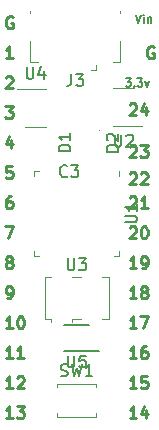
<source format=gbr>
G04 #@! TF.GenerationSoftware,KiCad,Pcbnew,5.0.1-33cea8e~66~ubuntu18.04.1*
G04 #@! TF.CreationDate,2018-10-16T23:10:54+02:00*
G04 #@! TF.ProjectId,TinyFPGA-BX,54696E79465047412D42582E6B696361,rev?*
G04 #@! TF.SameCoordinates,Original*
G04 #@! TF.FileFunction,Legend,Top*
G04 #@! TF.FilePolarity,Positive*
%FSLAX46Y46*%
G04 Gerber Fmt 4.6, Leading zero omitted, Abs format (unit mm)*
G04 Created by KiCad (PCBNEW 5.0.1-33cea8e~66~ubuntu18.04.1) date di 16 okt 2018 23:10:54 CEST*
%MOMM*%
%LPD*%
G01*
G04 APERTURE LIST*
%ADD10C,0.250000*%
%ADD11C,0.175000*%
%ADD12C,0.120000*%
%ADD13C,0.100000*%
%ADD14C,0.150000*%
G04 APERTURE END LIST*
D10*
X157642404Y-99830000D02*
X157547166Y-99782380D01*
X157404309Y-99782380D01*
X157261452Y-99830000D01*
X157166214Y-99925238D01*
X157118595Y-100020476D01*
X157070976Y-100210952D01*
X157070976Y-100353809D01*
X157118595Y-100544285D01*
X157166214Y-100639523D01*
X157261452Y-100734761D01*
X157404309Y-100782380D01*
X157499547Y-100782380D01*
X157642404Y-100734761D01*
X157690023Y-100687142D01*
X157690023Y-100353809D01*
X157499547Y-100353809D01*
D11*
X156116250Y-97080666D02*
X156349583Y-97780666D01*
X156582916Y-97080666D01*
X156816250Y-97780666D02*
X156816250Y-97314000D01*
X156816250Y-97080666D02*
X156782916Y-97114000D01*
X156816250Y-97147333D01*
X156849583Y-97114000D01*
X156816250Y-97080666D01*
X156816250Y-97147333D01*
X157149583Y-97314000D02*
X157149583Y-97780666D01*
X157149583Y-97380666D02*
X157182916Y-97347333D01*
X157249583Y-97314000D01*
X157349583Y-97314000D01*
X157416250Y-97347333D01*
X157449583Y-97414000D01*
X157449583Y-97780666D01*
X155266250Y-102486666D02*
X155699583Y-102486666D01*
X155466250Y-102753333D01*
X155566250Y-102753333D01*
X155632916Y-102786666D01*
X155666250Y-102820000D01*
X155699583Y-102886666D01*
X155699583Y-103053333D01*
X155666250Y-103120000D01*
X155632916Y-103153333D01*
X155566250Y-103186666D01*
X155366250Y-103186666D01*
X155299583Y-103153333D01*
X155266250Y-103120000D01*
X155999583Y-103120000D02*
X156032916Y-103153333D01*
X155999583Y-103186666D01*
X155966250Y-103153333D01*
X155999583Y-103120000D01*
X155999583Y-103186666D01*
X156266250Y-102486666D02*
X156699583Y-102486666D01*
X156466250Y-102753333D01*
X156566250Y-102753333D01*
X156632916Y-102786666D01*
X156666250Y-102820000D01*
X156699583Y-102886666D01*
X156699583Y-103053333D01*
X156666250Y-103120000D01*
X156632916Y-103153333D01*
X156566250Y-103186666D01*
X156366250Y-103186666D01*
X156299583Y-103153333D01*
X156266250Y-103120000D01*
X156932916Y-102720000D02*
X157099583Y-103186666D01*
X157266250Y-102720000D01*
D10*
X155603214Y-104703619D02*
X155650833Y-104656000D01*
X155746071Y-104608380D01*
X155984166Y-104608380D01*
X156079404Y-104656000D01*
X156127023Y-104703619D01*
X156174642Y-104798857D01*
X156174642Y-104894095D01*
X156127023Y-105036952D01*
X155555595Y-105608380D01*
X156174642Y-105608380D01*
X157031785Y-104941714D02*
X157031785Y-105608380D01*
X156793690Y-104560761D02*
X156555595Y-105275047D01*
X157174642Y-105275047D01*
X155603214Y-108259619D02*
X155650833Y-108212000D01*
X155746071Y-108164380D01*
X155984166Y-108164380D01*
X156079404Y-108212000D01*
X156127023Y-108259619D01*
X156174642Y-108354857D01*
X156174642Y-108450095D01*
X156127023Y-108592952D01*
X155555595Y-109164380D01*
X156174642Y-109164380D01*
X156507976Y-108164380D02*
X157127023Y-108164380D01*
X156793690Y-108545333D01*
X156936547Y-108545333D01*
X157031785Y-108592952D01*
X157079404Y-108640571D01*
X157127023Y-108735809D01*
X157127023Y-108973904D01*
X157079404Y-109069142D01*
X157031785Y-109116761D01*
X156936547Y-109164380D01*
X156650833Y-109164380D01*
X156555595Y-109116761D01*
X156507976Y-109069142D01*
X155603214Y-110545619D02*
X155650833Y-110498000D01*
X155746071Y-110450380D01*
X155984166Y-110450380D01*
X156079404Y-110498000D01*
X156127023Y-110545619D01*
X156174642Y-110640857D01*
X156174642Y-110736095D01*
X156127023Y-110878952D01*
X155555595Y-111450380D01*
X156174642Y-111450380D01*
X156555595Y-110545619D02*
X156603214Y-110498000D01*
X156698452Y-110450380D01*
X156936547Y-110450380D01*
X157031785Y-110498000D01*
X157079404Y-110545619D01*
X157127023Y-110640857D01*
X157127023Y-110736095D01*
X157079404Y-110878952D01*
X156507976Y-111450380D01*
X157127023Y-111450380D01*
X155603214Y-112577619D02*
X155650833Y-112530000D01*
X155746071Y-112482380D01*
X155984166Y-112482380D01*
X156079404Y-112530000D01*
X156127023Y-112577619D01*
X156174642Y-112672857D01*
X156174642Y-112768095D01*
X156127023Y-112910952D01*
X155555595Y-113482380D01*
X156174642Y-113482380D01*
X157127023Y-113482380D02*
X156555595Y-113482380D01*
X156841309Y-113482380D02*
X156841309Y-112482380D01*
X156746071Y-112625238D01*
X156650833Y-112720476D01*
X156555595Y-112768095D01*
X155603214Y-115117619D02*
X155650833Y-115070000D01*
X155746071Y-115022380D01*
X155984166Y-115022380D01*
X156079404Y-115070000D01*
X156127023Y-115117619D01*
X156174642Y-115212857D01*
X156174642Y-115308095D01*
X156127023Y-115450952D01*
X155555595Y-116022380D01*
X156174642Y-116022380D01*
X156793690Y-115022380D02*
X156888928Y-115022380D01*
X156984166Y-115070000D01*
X157031785Y-115117619D01*
X157079404Y-115212857D01*
X157127023Y-115403333D01*
X157127023Y-115641428D01*
X157079404Y-115831904D01*
X157031785Y-115927142D01*
X156984166Y-115974761D01*
X156888928Y-116022380D01*
X156793690Y-116022380D01*
X156698452Y-115974761D01*
X156650833Y-115927142D01*
X156603214Y-115831904D01*
X156555595Y-115641428D01*
X156555595Y-115403333D01*
X156603214Y-115212857D01*
X156650833Y-115117619D01*
X156698452Y-115070000D01*
X156793690Y-115022380D01*
X156174642Y-118562380D02*
X155603214Y-118562380D01*
X155888928Y-118562380D02*
X155888928Y-117562380D01*
X155793690Y-117705238D01*
X155698452Y-117800476D01*
X155603214Y-117848095D01*
X156650833Y-118562380D02*
X156841309Y-118562380D01*
X156936547Y-118514761D01*
X156984166Y-118467142D01*
X157079404Y-118324285D01*
X157127023Y-118133809D01*
X157127023Y-117752857D01*
X157079404Y-117657619D01*
X157031785Y-117610000D01*
X156936547Y-117562380D01*
X156746071Y-117562380D01*
X156650833Y-117610000D01*
X156603214Y-117657619D01*
X156555595Y-117752857D01*
X156555595Y-117990952D01*
X156603214Y-118086190D01*
X156650833Y-118133809D01*
X156746071Y-118181428D01*
X156936547Y-118181428D01*
X157031785Y-118133809D01*
X157079404Y-118086190D01*
X157127023Y-117990952D01*
X156174642Y-121102380D02*
X155603214Y-121102380D01*
X155888928Y-121102380D02*
X155888928Y-120102380D01*
X155793690Y-120245238D01*
X155698452Y-120340476D01*
X155603214Y-120388095D01*
X156746071Y-120530952D02*
X156650833Y-120483333D01*
X156603214Y-120435714D01*
X156555595Y-120340476D01*
X156555595Y-120292857D01*
X156603214Y-120197619D01*
X156650833Y-120150000D01*
X156746071Y-120102380D01*
X156936547Y-120102380D01*
X157031785Y-120150000D01*
X157079404Y-120197619D01*
X157127023Y-120292857D01*
X157127023Y-120340476D01*
X157079404Y-120435714D01*
X157031785Y-120483333D01*
X156936547Y-120530952D01*
X156746071Y-120530952D01*
X156650833Y-120578571D01*
X156603214Y-120626190D01*
X156555595Y-120721428D01*
X156555595Y-120911904D01*
X156603214Y-121007142D01*
X156650833Y-121054761D01*
X156746071Y-121102380D01*
X156936547Y-121102380D01*
X157031785Y-121054761D01*
X157079404Y-121007142D01*
X157127023Y-120911904D01*
X157127023Y-120721428D01*
X157079404Y-120626190D01*
X157031785Y-120578571D01*
X156936547Y-120530952D01*
X156174642Y-123642380D02*
X155603214Y-123642380D01*
X155888928Y-123642380D02*
X155888928Y-122642380D01*
X155793690Y-122785238D01*
X155698452Y-122880476D01*
X155603214Y-122928095D01*
X156507976Y-122642380D02*
X157174642Y-122642380D01*
X156746071Y-123642380D01*
X156174642Y-126182380D02*
X155603214Y-126182380D01*
X155888928Y-126182380D02*
X155888928Y-125182380D01*
X155793690Y-125325238D01*
X155698452Y-125420476D01*
X155603214Y-125468095D01*
X157031785Y-125182380D02*
X156841309Y-125182380D01*
X156746071Y-125230000D01*
X156698452Y-125277619D01*
X156603214Y-125420476D01*
X156555595Y-125610952D01*
X156555595Y-125991904D01*
X156603214Y-126087142D01*
X156650833Y-126134761D01*
X156746071Y-126182380D01*
X156936547Y-126182380D01*
X157031785Y-126134761D01*
X157079404Y-126087142D01*
X157127023Y-125991904D01*
X157127023Y-125753809D01*
X157079404Y-125658571D01*
X157031785Y-125610952D01*
X156936547Y-125563333D01*
X156746071Y-125563333D01*
X156650833Y-125610952D01*
X156603214Y-125658571D01*
X156555595Y-125753809D01*
X156174642Y-128722380D02*
X155603214Y-128722380D01*
X155888928Y-128722380D02*
X155888928Y-127722380D01*
X155793690Y-127865238D01*
X155698452Y-127960476D01*
X155603214Y-128008095D01*
X157079404Y-127722380D02*
X156603214Y-127722380D01*
X156555595Y-128198571D01*
X156603214Y-128150952D01*
X156698452Y-128103333D01*
X156936547Y-128103333D01*
X157031785Y-128150952D01*
X157079404Y-128198571D01*
X157127023Y-128293809D01*
X157127023Y-128531904D01*
X157079404Y-128627142D01*
X157031785Y-128674761D01*
X156936547Y-128722380D01*
X156698452Y-128722380D01*
X156603214Y-128674761D01*
X156555595Y-128627142D01*
X156174642Y-131262380D02*
X155603214Y-131262380D01*
X155888928Y-131262380D02*
X155888928Y-130262380D01*
X155793690Y-130405238D01*
X155698452Y-130500476D01*
X155603214Y-130548095D01*
X157031785Y-130595714D02*
X157031785Y-131262380D01*
X156793690Y-130214761D02*
X156555595Y-130929047D01*
X157174642Y-130929047D01*
X145704404Y-131262380D02*
X145132976Y-131262380D01*
X145418690Y-131262380D02*
X145418690Y-130262380D01*
X145323452Y-130405238D01*
X145228214Y-130500476D01*
X145132976Y-130548095D01*
X146037738Y-130262380D02*
X146656785Y-130262380D01*
X146323452Y-130643333D01*
X146466309Y-130643333D01*
X146561547Y-130690952D01*
X146609166Y-130738571D01*
X146656785Y-130833809D01*
X146656785Y-131071904D01*
X146609166Y-131167142D01*
X146561547Y-131214761D01*
X146466309Y-131262380D01*
X146180595Y-131262380D01*
X146085357Y-131214761D01*
X146037738Y-131167142D01*
X145704404Y-128722380D02*
X145132976Y-128722380D01*
X145418690Y-128722380D02*
X145418690Y-127722380D01*
X145323452Y-127865238D01*
X145228214Y-127960476D01*
X145132976Y-128008095D01*
X146085357Y-127817619D02*
X146132976Y-127770000D01*
X146228214Y-127722380D01*
X146466309Y-127722380D01*
X146561547Y-127770000D01*
X146609166Y-127817619D01*
X146656785Y-127912857D01*
X146656785Y-128008095D01*
X146609166Y-128150952D01*
X146037738Y-128722380D01*
X146656785Y-128722380D01*
X145704404Y-126182380D02*
X145132976Y-126182380D01*
X145418690Y-126182380D02*
X145418690Y-125182380D01*
X145323452Y-125325238D01*
X145228214Y-125420476D01*
X145132976Y-125468095D01*
X146656785Y-126182380D02*
X146085357Y-126182380D01*
X146371071Y-126182380D02*
X146371071Y-125182380D01*
X146275833Y-125325238D01*
X146180595Y-125420476D01*
X146085357Y-125468095D01*
X145704404Y-123642380D02*
X145132976Y-123642380D01*
X145418690Y-123642380D02*
X145418690Y-122642380D01*
X145323452Y-122785238D01*
X145228214Y-122880476D01*
X145132976Y-122928095D01*
X146323452Y-122642380D02*
X146418690Y-122642380D01*
X146513928Y-122690000D01*
X146561547Y-122737619D01*
X146609166Y-122832857D01*
X146656785Y-123023333D01*
X146656785Y-123261428D01*
X146609166Y-123451904D01*
X146561547Y-123547142D01*
X146513928Y-123594761D01*
X146418690Y-123642380D01*
X146323452Y-123642380D01*
X146228214Y-123594761D01*
X146180595Y-123547142D01*
X146132976Y-123451904D01*
X146085357Y-123261428D01*
X146085357Y-123023333D01*
X146132976Y-122832857D01*
X146180595Y-122737619D01*
X146228214Y-122690000D01*
X146323452Y-122642380D01*
X145228214Y-121102380D02*
X145418690Y-121102380D01*
X145513928Y-121054761D01*
X145561547Y-121007142D01*
X145656785Y-120864285D01*
X145704404Y-120673809D01*
X145704404Y-120292857D01*
X145656785Y-120197619D01*
X145609166Y-120150000D01*
X145513928Y-120102380D01*
X145323452Y-120102380D01*
X145228214Y-120150000D01*
X145180595Y-120197619D01*
X145132976Y-120292857D01*
X145132976Y-120530952D01*
X145180595Y-120626190D01*
X145228214Y-120673809D01*
X145323452Y-120721428D01*
X145513928Y-120721428D01*
X145609166Y-120673809D01*
X145656785Y-120626190D01*
X145704404Y-120530952D01*
X145323452Y-117990952D02*
X145228214Y-117943333D01*
X145180595Y-117895714D01*
X145132976Y-117800476D01*
X145132976Y-117752857D01*
X145180595Y-117657619D01*
X145228214Y-117610000D01*
X145323452Y-117562380D01*
X145513928Y-117562380D01*
X145609166Y-117610000D01*
X145656785Y-117657619D01*
X145704404Y-117752857D01*
X145704404Y-117800476D01*
X145656785Y-117895714D01*
X145609166Y-117943333D01*
X145513928Y-117990952D01*
X145323452Y-117990952D01*
X145228214Y-118038571D01*
X145180595Y-118086190D01*
X145132976Y-118181428D01*
X145132976Y-118371904D01*
X145180595Y-118467142D01*
X145228214Y-118514761D01*
X145323452Y-118562380D01*
X145513928Y-118562380D01*
X145609166Y-118514761D01*
X145656785Y-118467142D01*
X145704404Y-118371904D01*
X145704404Y-118181428D01*
X145656785Y-118086190D01*
X145609166Y-118038571D01*
X145513928Y-117990952D01*
X145085357Y-115022380D02*
X145752023Y-115022380D01*
X145323452Y-116022380D01*
X145609166Y-112482380D02*
X145418690Y-112482380D01*
X145323452Y-112530000D01*
X145275833Y-112577619D01*
X145180595Y-112720476D01*
X145132976Y-112910952D01*
X145132976Y-113291904D01*
X145180595Y-113387142D01*
X145228214Y-113434761D01*
X145323452Y-113482380D01*
X145513928Y-113482380D01*
X145609166Y-113434761D01*
X145656785Y-113387142D01*
X145704404Y-113291904D01*
X145704404Y-113053809D01*
X145656785Y-112958571D01*
X145609166Y-112910952D01*
X145513928Y-112863333D01*
X145323452Y-112863333D01*
X145228214Y-112910952D01*
X145180595Y-112958571D01*
X145132976Y-113053809D01*
X145656785Y-109942380D02*
X145180595Y-109942380D01*
X145132976Y-110418571D01*
X145180595Y-110370952D01*
X145275833Y-110323333D01*
X145513928Y-110323333D01*
X145609166Y-110370952D01*
X145656785Y-110418571D01*
X145704404Y-110513809D01*
X145704404Y-110751904D01*
X145656785Y-110847142D01*
X145609166Y-110894761D01*
X145513928Y-110942380D01*
X145275833Y-110942380D01*
X145180595Y-110894761D01*
X145132976Y-110847142D01*
X145609166Y-107735714D02*
X145609166Y-108402380D01*
X145371071Y-107354761D02*
X145132976Y-108069047D01*
X145752023Y-108069047D01*
X145085357Y-104862380D02*
X145704404Y-104862380D01*
X145371071Y-105243333D01*
X145513928Y-105243333D01*
X145609166Y-105290952D01*
X145656785Y-105338571D01*
X145704404Y-105433809D01*
X145704404Y-105671904D01*
X145656785Y-105767142D01*
X145609166Y-105814761D01*
X145513928Y-105862380D01*
X145228214Y-105862380D01*
X145132976Y-105814761D01*
X145085357Y-105767142D01*
X145132976Y-102417619D02*
X145180595Y-102370000D01*
X145275833Y-102322380D01*
X145513928Y-102322380D01*
X145609166Y-102370000D01*
X145656785Y-102417619D01*
X145704404Y-102512857D01*
X145704404Y-102608095D01*
X145656785Y-102750952D01*
X145085357Y-103322380D01*
X145704404Y-103322380D01*
X145704404Y-100782380D02*
X145132976Y-100782380D01*
X145418690Y-100782380D02*
X145418690Y-99782380D01*
X145323452Y-99925238D01*
X145228214Y-100020476D01*
X145132976Y-100068095D01*
X145704404Y-97290000D02*
X145609166Y-97242380D01*
X145466309Y-97242380D01*
X145323452Y-97290000D01*
X145228214Y-97385238D01*
X145180595Y-97480476D01*
X145132976Y-97670952D01*
X145132976Y-97813809D01*
X145180595Y-98004285D01*
X145228214Y-98099523D01*
X145323452Y-98194761D01*
X145466309Y-98242380D01*
X145561547Y-98242380D01*
X145704404Y-98194761D01*
X145752023Y-98147142D01*
X145752023Y-97813809D01*
X145561547Y-97813809D01*
D12*
G04 #@! TO.C,U1*
X154755000Y-117079000D02*
X154755000Y-117544000D01*
X154755000Y-117544000D02*
X154290000Y-117544000D01*
X147505000Y-110759000D02*
X147505000Y-110294000D01*
X147505000Y-110294000D02*
X147970000Y-110294000D01*
X147505000Y-117079000D02*
X147505000Y-117544000D01*
X147505000Y-117544000D02*
X147970000Y-117544000D01*
X154755000Y-110294000D02*
X154755000Y-110759000D01*
D13*
G04 #@! TO.C,D1*
X149021000Y-106837000D02*
G75*
G03X149021000Y-106837000I-50000J0D01*
G01*
G04 #@! TO.C,D2*
X153085000Y-106860000D02*
G75*
G03X153085000Y-106860000I-50000J0D01*
G01*
D12*
G04 #@! TO.C,J3*
X154831000Y-101081000D02*
X154171000Y-101081000D01*
X154831000Y-99351000D02*
X154831000Y-101081000D01*
X147211000Y-96781000D02*
X147211000Y-96991000D01*
X154831000Y-96781000D02*
X154831000Y-96991000D01*
X147211000Y-99351000D02*
X147211000Y-101081000D01*
X147211000Y-101081000D02*
X147861000Y-101081000D01*
X152781000Y-101781000D02*
X152331000Y-101781000D01*
X152781000Y-101781000D02*
X152781000Y-101391000D01*
G04 #@! TO.C,U2*
X154210000Y-106512000D02*
X156660000Y-106512000D01*
X156010000Y-103292000D02*
X154210000Y-103292000D01*
G04 #@! TO.C,U4*
X146758000Y-106573000D02*
X148558000Y-106573000D01*
X148558000Y-103353000D02*
X146108000Y-103353000D01*
G04 #@! TO.C,SW1*
X149480000Y-130823100D02*
X149480000Y-131123100D01*
X149480000Y-131123100D02*
X152780000Y-131123100D01*
X152780000Y-131123100D02*
X152780000Y-130823100D01*
X149480000Y-128623100D02*
X149480000Y-128323100D01*
X149480000Y-128323100D02*
X152780000Y-128323100D01*
X152780000Y-128323100D02*
X152780000Y-128623100D01*
G04 #@! TO.C,U3*
X153300000Y-119274000D02*
X153830000Y-119274000D01*
X153830000Y-119274000D02*
X153830000Y-122874000D01*
X153830000Y-122874000D02*
X153300000Y-122874000D01*
X150760000Y-119274000D02*
X151500000Y-119274000D01*
X148960000Y-123114000D02*
X148960000Y-122874000D01*
X148960000Y-122874000D02*
X148430000Y-122874000D01*
X148430000Y-122874000D02*
X148430000Y-119274000D01*
X148430000Y-119274000D02*
X148960000Y-119274000D01*
X151500000Y-122874000D02*
X150760000Y-122874000D01*
X150760000Y-122874000D02*
X150760000Y-123114000D01*
D14*
G04 #@! TO.C,U5*
X152205000Y-123335000D02*
X150055000Y-123335000D01*
X153030000Y-125585000D02*
X150055000Y-125585000D01*
G04 #@! TO.C,U1*
X155232380Y-114680904D02*
X156041904Y-114680904D01*
X156137142Y-114633285D01*
X156184761Y-114585666D01*
X156232380Y-114490428D01*
X156232380Y-114299952D01*
X156184761Y-114204714D01*
X156137142Y-114157095D01*
X156041904Y-114109476D01*
X155232380Y-114109476D01*
X156232380Y-113109476D02*
X156232380Y-113680904D01*
X156232380Y-113395190D02*
X155232380Y-113395190D01*
X155375238Y-113490428D01*
X155470476Y-113585666D01*
X155518095Y-113680904D01*
G04 #@! TO.C,C3*
X150328333Y-110747142D02*
X150280714Y-110794761D01*
X150137857Y-110842380D01*
X150042619Y-110842380D01*
X149899761Y-110794761D01*
X149804523Y-110699523D01*
X149756904Y-110604285D01*
X149709285Y-110413809D01*
X149709285Y-110270952D01*
X149756904Y-110080476D01*
X149804523Y-109985238D01*
X149899761Y-109890000D01*
X150042619Y-109842380D01*
X150137857Y-109842380D01*
X150280714Y-109890000D01*
X150328333Y-109937619D01*
X150661666Y-109842380D02*
X151280714Y-109842380D01*
X150947380Y-110223333D01*
X151090238Y-110223333D01*
X151185476Y-110270952D01*
X151233095Y-110318571D01*
X151280714Y-110413809D01*
X151280714Y-110651904D01*
X151233095Y-110747142D01*
X151185476Y-110794761D01*
X151090238Y-110842380D01*
X150804523Y-110842380D01*
X150709285Y-110794761D01*
X150661666Y-110747142D01*
G04 #@! TO.C,D1*
X150593380Y-108665095D02*
X149593380Y-108665095D01*
X149593380Y-108427000D01*
X149641000Y-108284142D01*
X149736238Y-108188904D01*
X149831476Y-108141285D01*
X150021952Y-108093666D01*
X150164809Y-108093666D01*
X150355285Y-108141285D01*
X150450523Y-108188904D01*
X150545761Y-108284142D01*
X150593380Y-108427000D01*
X150593380Y-108665095D01*
X150593380Y-107141285D02*
X150593380Y-107712714D01*
X150593380Y-107427000D02*
X149593380Y-107427000D01*
X149736238Y-107522238D01*
X149831476Y-107617476D01*
X149879095Y-107712714D01*
G04 #@! TO.C,D2*
X154657380Y-108688095D02*
X153657380Y-108688095D01*
X153657380Y-108450000D01*
X153705000Y-108307142D01*
X153800238Y-108211904D01*
X153895476Y-108164285D01*
X154085952Y-108116666D01*
X154228809Y-108116666D01*
X154419285Y-108164285D01*
X154514523Y-108211904D01*
X154609761Y-108307142D01*
X154657380Y-108450000D01*
X154657380Y-108688095D01*
X153752619Y-107735714D02*
X153705000Y-107688095D01*
X153657380Y-107592857D01*
X153657380Y-107354761D01*
X153705000Y-107259523D01*
X153752619Y-107211904D01*
X153847857Y-107164285D01*
X153943095Y-107164285D01*
X154085952Y-107211904D01*
X154657380Y-107783333D01*
X154657380Y-107164285D01*
G04 #@! TO.C,J3*
X150687666Y-102123380D02*
X150687666Y-102837666D01*
X150640047Y-102980523D01*
X150544809Y-103075761D01*
X150401952Y-103123380D01*
X150306714Y-103123380D01*
X151068619Y-102123380D02*
X151687666Y-102123380D01*
X151354333Y-102504333D01*
X151497190Y-102504333D01*
X151592428Y-102551952D01*
X151640047Y-102599571D01*
X151687666Y-102694809D01*
X151687666Y-102932904D01*
X151640047Y-103028142D01*
X151592428Y-103075761D01*
X151497190Y-103123380D01*
X151211476Y-103123380D01*
X151116238Y-103075761D01*
X151068619Y-103028142D01*
G04 #@! TO.C,U2*
X154348095Y-107254380D02*
X154348095Y-108063904D01*
X154395714Y-108159142D01*
X154443333Y-108206761D01*
X154538571Y-108254380D01*
X154729047Y-108254380D01*
X154824285Y-108206761D01*
X154871904Y-108159142D01*
X154919523Y-108063904D01*
X154919523Y-107254380D01*
X155348095Y-107349619D02*
X155395714Y-107302000D01*
X155490952Y-107254380D01*
X155729047Y-107254380D01*
X155824285Y-107302000D01*
X155871904Y-107349619D01*
X155919523Y-107444857D01*
X155919523Y-107540095D01*
X155871904Y-107682952D01*
X155300476Y-108254380D01*
X155919523Y-108254380D01*
G04 #@! TO.C,U4*
X146896095Y-101515380D02*
X146896095Y-102324904D01*
X146943714Y-102420142D01*
X146991333Y-102467761D01*
X147086571Y-102515380D01*
X147277047Y-102515380D01*
X147372285Y-102467761D01*
X147419904Y-102420142D01*
X147467523Y-102324904D01*
X147467523Y-101515380D01*
X148372285Y-101848714D02*
X148372285Y-102515380D01*
X148134190Y-101467761D02*
X147896095Y-102182047D01*
X148515142Y-102182047D01*
G04 #@! TO.C,SW1*
X149790666Y-127658761D02*
X149933523Y-127706380D01*
X150171619Y-127706380D01*
X150266857Y-127658761D01*
X150314476Y-127611142D01*
X150362095Y-127515904D01*
X150362095Y-127420666D01*
X150314476Y-127325428D01*
X150266857Y-127277809D01*
X150171619Y-127230190D01*
X149981142Y-127182571D01*
X149885904Y-127134952D01*
X149838285Y-127087333D01*
X149790666Y-126992095D01*
X149790666Y-126896857D01*
X149838285Y-126801619D01*
X149885904Y-126754000D01*
X149981142Y-126706380D01*
X150219238Y-126706380D01*
X150362095Y-126754000D01*
X150695428Y-126706380D02*
X150933523Y-127706380D01*
X151124000Y-126992095D01*
X151314476Y-127706380D01*
X151552571Y-126706380D01*
X152457333Y-127706380D02*
X151885904Y-127706380D01*
X152171619Y-127706380D02*
X152171619Y-126706380D01*
X152076380Y-126849238D01*
X151981142Y-126944476D01*
X151885904Y-126992095D01*
G04 #@! TO.C,U3*
X150368095Y-117726380D02*
X150368095Y-118535904D01*
X150415714Y-118631142D01*
X150463333Y-118678761D01*
X150558571Y-118726380D01*
X150749047Y-118726380D01*
X150844285Y-118678761D01*
X150891904Y-118631142D01*
X150939523Y-118535904D01*
X150939523Y-117726380D01*
X151320476Y-117726380D02*
X151939523Y-117726380D01*
X151606190Y-118107333D01*
X151749047Y-118107333D01*
X151844285Y-118154952D01*
X151891904Y-118202571D01*
X151939523Y-118297809D01*
X151939523Y-118535904D01*
X151891904Y-118631142D01*
X151844285Y-118678761D01*
X151749047Y-118726380D01*
X151463333Y-118726380D01*
X151368095Y-118678761D01*
X151320476Y-118631142D01*
G04 #@! TO.C,U5*
X150368095Y-125962380D02*
X150368095Y-126771904D01*
X150415714Y-126867142D01*
X150463333Y-126914761D01*
X150558571Y-126962380D01*
X150749047Y-126962380D01*
X150844285Y-126914761D01*
X150891904Y-126867142D01*
X150939523Y-126771904D01*
X150939523Y-125962380D01*
X151891904Y-125962380D02*
X151415714Y-125962380D01*
X151368095Y-126438571D01*
X151415714Y-126390952D01*
X151510952Y-126343333D01*
X151749047Y-126343333D01*
X151844285Y-126390952D01*
X151891904Y-126438571D01*
X151939523Y-126533809D01*
X151939523Y-126771904D01*
X151891904Y-126867142D01*
X151844285Y-126914761D01*
X151749047Y-126962380D01*
X151510952Y-126962380D01*
X151415714Y-126914761D01*
X151368095Y-126867142D01*
G04 #@! TD*
M02*

</source>
